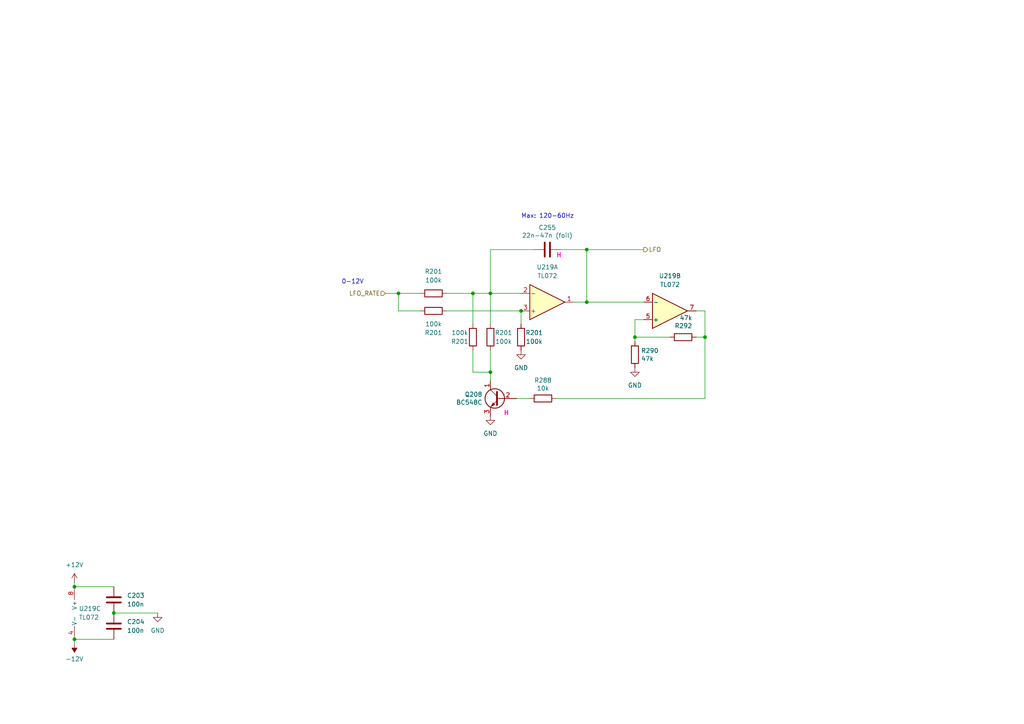
<source format=kicad_sch>
(kicad_sch (version 20231120) (generator "eeschema") (generator_version "8.0")
  (paper "A4")
  (title_block (title "Dual LFO"))
  (lib_symbols
    (symbol "-12V_1" (power) (pin_names (offset 0))
      (property "Value" "-12V_1" (at 0 3.81 0))
      (symbol "-12V_1_0_0"
        (pin power_in line (at 0 0 90) (length 0) hide (name "-12V") (number "1"))
      )
      (symbol "-12V_1_0_1"
        (polyline (pts (xy 0 0) (xy 0 1.27) (xy 0.762 1.27) (xy 0 2.54) (xy -0.762 1.27) (xy 0 1.27)) (fill (type outline)))
      )
    )
    (symbol "Amplifier_Operational:TL072" (pin_names (offset 0.127))
      (property "Reference" "U" (at 0 5.08 0))
      (property "Value" "TL072" (at 0 -5.08 0))
      (symbol "TL072_1_1"
        (polyline (pts (xy -5.08 5.08) (xy 5.08 0) (xy -5.08 -5.08) (xy -5.08 5.08)) (stroke (width 0.254)) (fill (type background)))
        (pin output line (at 7.62 0 180) (length 2.54) (name "~") (number "1"))
        (pin input line (at -7.62 -2.54 0) (length 2.54) (name "-") (number "2"))
        (pin input line (at -7.62 2.54 0) (length 2.54) (name "+") (number "3"))
      )
      (symbol "TL072_2_1"
        (polyline (pts (xy -5.08 5.08) (xy 5.08 0) (xy -5.08 -5.08) (xy -5.08 5.08)) (stroke (width 0.254)) (fill (type background)))
        (pin input line (at -7.62 2.54 0) (length 2.54) (name "+") (number "5"))
        (pin input line (at -7.62 -2.54 0) (length 2.54) (name "-") (number "6"))
        (pin output line (at 7.62 0 180) (length 2.54) (name "~") (number "7"))
      )
      (symbol "TL072_3_1"
        (pin power_in line (at -2.54 -7.62 90) (length 3.81) (name "V-") (number "4"))
        (pin power_in line (at -2.54 7.62 270) (length 3.81) (name "V+") (number "8"))
      )
    )
    (symbol "Device:C" (pin_numbers hide) (pin_names (offset 0.254))
      (property "Reference" "C" (at 0.635 2.54 0))
      (property "Value" "C" (at 0.635 -2.54 0))
      (symbol "C_0_1"
        (polyline (pts (xy -2.032 -0.762) (xy 2.032 -0.762)) (stroke (width 0.508)))
        (polyline (pts (xy -2.032 0.762) (xy 2.032 0.762)) (stroke (width 0.508)))
      )
      (symbol "C_1_1"
        (pin passive line (at 0 3.81 270) (length 2.794) (name "~") (number "1"))
        (pin passive line (at 0 -3.81 90) (length 2.794) (name "~") (number "2"))
      )
    )
    (symbol "Device:R" (pin_numbers hide) (pin_names (offset 0))
      (property "Reference" "R" (at 2.032 0 90))
      (property "Value" "R" (at 0 0 90))
      (symbol "R_0_1"
        (rectangle (start -1.016 -2.54) (end 1.016 2.54) (stroke (width 0.254)))
      )
      (symbol "R_1_1"
        (pin passive line (at 0 3.81 270) (length 1.27) (name "~") (number "1"))
        (pin passive line (at 0 -3.81 90) (length 1.27) (name "~") (number "2"))
      )
    )
    (symbol "GND_1" (power) (pin_names (offset 0))
      (property "Value" "GND_1" (at 0 -3.81 0))
      (symbol "GND_1_0_1"
        (polyline (pts (xy 0 0) (xy 0 -1.27) (xy 1.27 -1.27) (xy 0 -2.54) (xy -1.27 -1.27) (xy 0 -1.27)))
      )
      (symbol "GND_1_1_1"
        (pin power_in line (at 0 0 270) (length 0) hide (name "GND") (number "1"))
      )
    )
    (symbol "GND_2" (power) (pin_names (offset 0))
      (property "Value" "GND_2" (at 0 -3.81 0))
      (symbol "GND_2_0_1"
        (polyline (pts (xy 0 0) (xy 0 -1.27) (xy 1.27 -1.27) (xy 0 -2.54) (xy -1.27 -1.27) (xy 0 -1.27)))
      )
      (symbol "GND_2_1_1"
        (pin power_in line (at 0 0 270) (length 0) hide (name "GND") (number "1"))
      )
    )
    (symbol "Transistor_BJT:BC548" (pin_names (offset 0) hide)
      (property "Reference" "Q" (at 5.08 1.905 0))
      (property "Value" "BC548" (at 5.08 0 0))
      (symbol "BC548_0_1"
        (polyline (pts (xy 0 0) (xy 0.635 0)))
        (polyline (pts (xy 0.635 0.635) (xy 2.54 2.54)))
        (polyline (pts (xy 0.635 -0.635) (xy 2.54 -2.54) (xy 2.54 -2.54)))
        (polyline (pts (xy 0.635 1.905) (xy 0.635 -1.905) (xy 0.635 -1.905)) (stroke (width 0.508)))
        (polyline (pts (xy 1.27 -1.778) (xy 1.778 -1.27) (xy 2.286 -2.286) (xy 1.27 -1.778) (xy 1.27 -1.778)) (fill (type outline)))
        (circle (center 1.27 0) (radius 2.8194) (stroke (width 0.254)))
      )
      (symbol "BC548_1_1"
        (pin passive line (at 2.54 5.08 270) (length 2.54) (name "C") (number "1"))
        (pin input line (at -5.08 0 0) (length 5.08) (name "B") (number "2"))
        (pin passive line (at 2.54 -5.08 90) (length 2.54) (name "E") (number "3"))
      )
    )
    (symbol "power:+12V" (power) (pin_names (offset 0))
      (property "Value" "+12V" (at 0 3.556 0))
      (symbol "+12V_0_1"
        (polyline (pts (xy -0.762 1.27) (xy 0 2.54)))
        (polyline (pts (xy 0 0) (xy 0 2.54)))
        (polyline (pts (xy 0 2.54) (xy 0.762 1.27)))
      )
      (symbol "+12V_1_1"
        (pin power_in line (at 0 0 90) (length 0) hide (name "+12V") (number "1"))
      )
    )
  )
  (junction (at 33.02 177.8))
  (junction (at 151.13 90.17))
  (junction (at 21.59 170.18))
  (junction (at 142.24 85.09))
  (junction (at 115.57 85.09))
  (junction (at 137.16 85.09))
  (junction (at 184.15 97.79))
  (junction (at 170.18 87.63))
  (junction (at 204.47 97.79))
  (junction (at 170.18 72.39))
  (junction (at 142.24 107.95))
  (junction (at 21.59 185.42))
  (wire (pts (xy 162.56 72.39) (xy 170.18 72.39)))
  (wire (pts (xy 21.59 170.18) (xy 33.02 170.18)))
  (wire (pts (xy 201.93 97.79) (xy 204.47 97.79)))
  (wire (pts (xy 142.24 85.09) (xy 142.24 93.98)))
  (wire (pts (xy 142.24 107.95) (xy 142.24 101.6)))
  (wire (pts (xy 121.92 90.17) (xy 115.57 90.17)))
  (wire (pts (xy 170.18 72.39) (xy 186.69 72.39)))
  (wire (pts (xy 151.13 90.17) (xy 151.13 93.98)))
  (wire (pts (xy 137.16 93.98) (xy 137.16 85.09)))
  (wire (pts (xy 129.54 85.09) (xy 137.16 85.09)))
  (wire (pts (xy 142.24 72.39) (xy 142.24 85.09)))
  (wire (pts (xy 184.15 97.79) (xy 184.15 99.06)))
  (wire (pts (xy 170.18 87.63) (xy 166.37 87.63)))
  (wire (pts (xy 142.24 85.09) (xy 151.13 85.09)))
  (wire (pts (xy 137.16 101.6) (xy 137.16 107.95)))
  (wire (pts (xy 194.31 97.79) (xy 184.15 97.79)))
  (wire (pts (xy 21.59 186.69) (xy 21.59 185.42)))
  (wire (pts (xy 201.93 90.17) (xy 204.47 90.17)))
  (wire (pts (xy 115.57 90.17) (xy 115.57 85.09)))
  (wire (pts (xy 33.02 177.8) (xy 45.72 177.8)))
  (wire (pts (xy 137.16 85.09) (xy 142.24 85.09)))
  (wire (pts (xy 170.18 87.63) (xy 186.69 87.63)))
  (wire (pts (xy 129.54 90.17) (xy 151.13 90.17)))
  (wire (pts (xy 137.16 107.95) (xy 142.24 107.95)))
  (wire (pts (xy 204.47 115.57) (xy 161.29 115.57)))
  (wire (pts (xy 170.18 72.39) (xy 170.18 87.63)))
  (wire (pts (xy 186.69 92.71) (xy 184.15 92.71)))
  (wire (pts (xy 21.59 185.42) (xy 33.02 185.42)))
  (wire (pts (xy 115.57 85.09) (xy 121.92 85.09)))
  (wire (pts (xy 204.47 90.17) (xy 204.47 97.79)))
  (wire (pts (xy 204.47 97.79) (xy 204.47 115.57)))
  (wire (pts (xy 111.76 85.09) (xy 115.57 85.09)))
  (wire (pts (xy 142.24 110.49) (xy 142.24 107.95)))
  (wire (pts (xy 184.15 92.71) (xy 184.15 97.79)))
  (wire (pts (xy 153.67 115.57) (xy 149.86 115.57)))
  (wire (pts (xy 21.59 168.91) (xy 21.59 170.18)))
  (wire (pts (xy 142.24 72.39) (xy 154.94 72.39)))
  (text "H" (at 161.29 74.93 0) (effects (font (size 1.27 1.27) (thickness 0.254) (bold yes)) (justify left bottom)))
  (text "0-12V" (at 99.06 82.55 0) (effects (font (size 1.27 1.27)) (justify left bottom)))
  (text "H" (at 146.05 120.65 0) (effects (font (size 1.27 1.27) (thickness 0.254) (bold yes)) (justify left bottom)))
  (text "Max: 120-60Hz" (at 151.13 63.5 0) (effects (font (size 1.27 1.27)) (justify left bottom)))
  (hierarchical_label "LFO_RATE" (shape input) (at 111.76 85.09 180))
  (hierarchical_label "LFO" (shape output) (at 186.69 72.39 0))
  (symbol (lib_name "GND_2") (lib_id "power:GND") (at 151.13 101.6 0) (unit 1)
    (property "Reference" "#PWR0316" (effects (hide yes)))
    (property "Value" "GND" (at 151.13 106.68 0))
    (instances (project "core-rev-3" (path "" (reference "#PWR0316") (unit 1)) (path "" (reference "#PWR0403") (unit 1))))
  )
  (symbol (lib_name "GND_2") (lib_id "power:GND") (at 184.15 106.68 0) (unit 1)
    (property "Reference" "#PWR0318" (effects (hide yes)))
    (property "Value" "GND" (at 184.15 111.76 0))
    (instances (project "core-rev-3" (path "" (reference "#PWR0318") (unit 1)) (path "" (reference "#PWR0404") (unit 1))))
  )
  (symbol (lib_id "Device:C") (at 33.02 181.61 0) (unit 1)
    (property "Reference" "C204" (at 36.83 180.34 0) (effects (justify left)))
    (property "Value" "100n" (at 36.83 182.88 0) (effects (justify left)))
    (property "Footprint" "Capacitor_SMD:C_0603_1608Metric" (effects (hide yes)))
    (property "LCSC" "C14663" (effects (hide yes)))
    (property "Vendor" "JLCPCB" (effects (hide yes)))
    (instances (project "A-psu-voice-proto-4l" (path "" (reference "C204") (unit 1))) (project "core-rev-3" (path "" (reference "C204") (unit 1)) (path "" (reference "C254") (unit 1)) (path "" (reference "C250") (unit 1))) (project "hog-v2-voice-proto" (path "" (reference "C204") (unit 1))))
  )
  (symbol (lib_id "Amplifier_Operational:TL072") (at 24.13 177.8 0) (unit 3)
    (property "Reference" "U219" (at 22.86 176.53 0) (effects (justify left)))
    (property "Value" "TL072" (at 22.86 179.07 0) (effects (justify left)))
    (property "Footprint" "Package_SO:SOIC-8_3.9x4.9mm_P1.27mm" (effects (hide yes)))
    (property "Datasheet" "http://www.ti.com/lit/ds/symlink/tl071.pdf" (effects (hide yes)))
    (property "LCSC" "C6961" (effects (hide yes)))
    (property "Vendor" "JLCPCB" (effects (hide yes)))
    (instances (project "core-rev-3" (path "" (reference "U219") (unit 3)) (path "" (reference "U220") (unit 3))))
  )
  (symbol (lib_id "Device:R") (at 157.48 115.57 270) (unit 1)
    (property "Reference" "R288" (at 157.48 110.3122 90))
    (property "Value" "10k" (at 157.48 112.6236 90))
    (property "Footprint" "Resistor_SMD:R_0603_1608Metric" (effects (hide yes)))
    (property "LCSC" "C25804" (effects (hide yes)))
    (property "Vendor" "JLCPCB" (effects (hide yes)))
    (instances (project "core-rev-3" (path "" (reference "R288") (unit 1)) (path "" (reference "R289") (unit 1))) (project "hog-f1-control" (path "" (reference "R21") (unit 1))))
  )
  (symbol (lib_id "Device:R") (at 198.12 97.79 90) (unit 1)
    (property "Reference" "R292" (at 200.787 94.5134 90) (effects (justify left)))
    (property "Value" "47k" (at 200.787 92.202 90) (effects (justify left)))
    (property "Footprint" "Resistor_SMD:R_0603_1608Metric" (effects (hide yes)))
    (property "LCSC" "C25819" (effects (hide yes)))
    (property "Vendor" "JLCPCB" (effects (hide yes)))
    (instances (project "core-rev-3" (path "" (reference "R292") (unit 1)) (path "" (reference "R293") (unit 1))) (project "hog-f1-control" (path "" (reference "R13") (unit 1))))
  )
  (symbol (lib_id "Device:C") (at 158.75 72.39 270) (unit 1)
    (property "Reference" "C255" (at 158.75 65.9892 90))
    (property "Value" "22n-47n (foil)" (at 158.75 68.3006 90))
    (property "Footprint" "Capacitor_THT:C_Rect_L7.0mm_W2.5mm_P5.00mm" (effects (hide yes)))
    (property "Part No." "80-R82EC1330AA50K " (effects (hide yes)))
    (property "Part URL" "https://mou.sr/3BhmOHr" (effects (hide yes)))
    (property "Vendor" "Mouser" (effects (hide yes)))
    (instances (project "core-rev-3" (path "" (reference "C255") (unit 1)) (path "" (reference "C251") (unit 1))) (project "hog-f1-control" (path "" (reference "C12") (unit 1))))
  )
  (symbol (lib_name "GND_1") (lib_id "power:GND") (at 45.72 177.8 0) (unit 1)
    (property "Reference" "#PWR0313" (effects (hide yes)))
    (property "Value" "GND" (at 45.72 182.88 0))
    (instances (project "core-rev-3" (path "" (reference "#PWR0313") (unit 1)) (path "" (reference "#PWR0319") (unit 1))))
  )
  (symbol (lib_id "Device:R") (at 151.13 97.79 0) (unit 1)
    (property "Reference" "R201" (at 154.94 96.52 0))
    (property "Value" "100k" (at 154.94 99.06 0))
    (property "Footprint" "Resistor_SMD:R_0603_1608Metric" (effects (hide yes)))
    (property "LCSC" "C25803" (effects (hide yes)))
    (property "Vendor" "JLCPCB" (effects (hide yes)))
    (instances (project "A-psu-voice-proto-4l" (path "" (reference "R201") (unit 1))) (project "core-rev-3" (path "" (reference "R201") (unit 1)) (path "" (reference "R286") (unit 1)) (path "" (reference "R287") (unit 1))) (project "hog-v2-voice-proto" (path "" (reference "R201") (unit 1))))
  )
  (symbol (lib_id "Device:R") (at 137.16 97.79 180) (unit 1)
    (property "Reference" "R201" (at 133.35 99.06 0))
    (property "Value" "100k" (at 133.35 96.52 0))
    (property "Footprint" "Resistor_SMD:R_0603_1608Metric" (effects (hide yes)))
    (property "LCSC" "C25803" (effects (hide yes)))
    (property "Vendor" "JLCPCB" (effects (hide yes)))
    (instances (project "A-psu-voice-proto-4l" (path "" (reference "R201") (unit 1))) (project "core-rev-3" (path "" (reference "R201") (unit 1)) (path "" (reference "R282") (unit 1)) (path "" (reference "R283") (unit 1))) (project "hog-v2-voice-proto" (path "" (reference "R201") (unit 1))))
  )
  (symbol (lib_id "Device:R") (at 125.73 85.09 90) (unit 1)
    (property "Reference" "R201" (at 125.73 78.74 90))
    (property "Value" "100k" (at 125.73 81.28 90))
    (property "Footprint" "Resistor_SMD:R_0603_1608Metric" (effects (hide yes)))
    (property "LCSC" "C25803" (effects (hide yes)))
    (property "Vendor" "JLCPCB" (effects (hide yes)))
    (instances (project "A-psu-voice-proto-4l" (path "" (reference "R201") (unit 1))) (project "core-rev-3" (path "" (reference "R201") (unit 1)) (path "" (reference "R278") (unit 1)) (path "" (reference "R280") (unit 1))) (project "hog-v2-voice-proto" (path "" (reference "R201") (unit 1))))
  )
  (symbol (lib_id "power:+12V") (at 21.59 168.91 0) (unit 1)
    (property "Reference" "#PWR0311" (effects (hide yes)))
    (property "Value" "+12V" (at 21.59 163.83 0))
    (instances (project "core-rev-3" (path "" (reference "#PWR0311") (unit 1)) (path "" (reference "#PWR0315") (unit 1))))
  )
  (symbol (lib_id "Device:C") (at 33.02 173.99 0) (unit 1)
    (property "Reference" "C203" (at 36.83 172.72 0) (effects (justify left)))
    (property "Value" "100n" (at 36.83 175.26 0) (effects (justify left)))
    (property "Footprint" "Capacitor_SMD:C_0603_1608Metric" (effects (hide yes)))
    (property "LCSC" "C14663" (effects (hide yes)))
    (property "Vendor" "JLCPCB" (effects (hide yes)))
    (instances (project "A-psu-voice-proto-4l" (path "" (reference "C203") (unit 1))) (project "core-rev-3" (path "" (reference "C203") (unit 1)) (path "" (reference "C253") (unit 1)) (path "" (reference "C249") (unit 1))) (project "hog-v2-voice-proto" (path "" (reference "C203") (unit 1))))
  )
  (symbol (lib_id "Device:R") (at 125.73 90.17 270) (unit 1)
    (property "Reference" "R201" (at 125.73 96.52 90))
    (property "Value" "100k" (at 125.73 93.98 90))
    (property "Footprint" "Resistor_SMD:R_0603_1608Metric" (effects (hide yes)))
    (property "LCSC" "C25803" (effects (hide yes)))
    (property "Vendor" "JLCPCB" (effects (hide yes)))
    (instances (project "A-psu-voice-proto-4l" (path "" (reference "R201") (unit 1))) (project "core-rev-3" (path "" (reference "R201") (unit 1)) (path "" (reference "R279") (unit 1)) (path "" (reference "R281") (unit 1))) (project "hog-v2-voice-proto" (path "" (reference "R201") (unit 1))))
  )
  (symbol (lib_name "-12V_1") (lib_id "power:-12V") (at 21.59 186.69 180) (unit 1)
    (property "Reference" "#PWR0312" (effects (hide yes)))
    (property "Value" "-12V" (at 21.59 191.135 0))
    (instances (project "core-rev-3" (path "" (reference "#PWR0312") (unit 1)) (path "" (reference "#PWR0317") (unit 1))))
  )
  (symbol (lib_id "Device:R") (at 142.24 97.79 0) (unit 1)
    (property "Reference" "R201" (at 146.05 96.52 0))
    (property "Value" "100k" (at 146.05 99.06 0))
    (property "Footprint" "Resistor_SMD:R_0603_1608Metric" (effects (hide yes)))
    (property "LCSC" "C25803" (effects (hide yes)))
    (property "Vendor" "JLCPCB" (effects (hide yes)))
    (instances (project "A-psu-voice-proto-4l" (path "" (reference "R201") (unit 1))) (project "core-rev-3" (path "" (reference "R201") (unit 1)) (path "" (reference "R284") (unit 1)) (path "" (reference "R285") (unit 1))) (project "hog-v2-voice-proto" (path "" (reference "R201") (unit 1))))
  )
  (symbol (lib_id "Transistor_BJT:BC548") (at 144.78 115.57 0) (mirror y) (unit 1)
    (property "Reference" "Q208" (at 139.9286 114.4016 0) (effects (justify left)))
    (property "Value" "BC548C" (at 139.9286 116.713 0) (effects (justify left)))
    (property "Footprint" "Package_TO_SOT_THT:TO-92L_Inline_Wide" (effects (hide yes)))
    (property "Datasheet" "https://www.onsemi.com/pub/Collateral/BC550-D.pdf" (effects (hide yes)))
    (property "Part No." "637-BC548C " (effects (hide yes)))
    (property "Part URL" "https://mou.sr/4fhkHkJ" (effects (hide yes)))
    (property "Vendor" "Mouser" (effects (hide yes)))
    (instances (project "core-rev-3" (path "" (reference "Q208") (unit 1)) (path "" (reference "Q209") (unit 1))) (project "hog-f1-control" (path "" (reference "Q1") (unit 1))))
  )
  (symbol (lib_id "Amplifier_Operational:TL072") (at 194.31 90.17 0) (mirror x) (unit 2)
    (property "Reference" "U219" (at 194.31 80.01 0))
    (property "Value" "TL072" (at 194.31 82.55 0))
    (property "Footprint" "Package_SO:SOIC-8_3.9x4.9mm_P1.27mm" (effects (hide yes)))
    (property "Datasheet" "http://www.ti.com/lit/ds/symlink/tl071.pdf" (effects (hide yes)))
    (property "LCSC" "C6961" (effects (hide yes)))
    (property "Vendor" "JLCPCB" (effects (hide yes)))
    (instances (project "core-rev-3" (path "" (reference "U219") (unit 2)) (path "" (reference "U220") (unit 2))))
  )
  (symbol (lib_name "GND_2") (lib_id "power:GND") (at 142.24 120.65 0) (unit 1)
    (property "Reference" "#PWR0314" (effects (hide yes)))
    (property "Value" "GND" (at 142.24 125.73 0))
    (instances (project "core-rev-3" (path "" (reference "#PWR0314") (unit 1)) (path "" (reference "#PWR0402") (unit 1))))
  )
  (symbol (lib_id "Amplifier_Operational:TL072") (at 158.75 87.63 0) (mirror x) (unit 1)
    (property "Reference" "U219" (at 158.75 77.47 0))
    (property "Value" "TL072" (at 158.75 80.01 0))
    (property "Footprint" "Package_SO:SOIC-8_3.9x4.9mm_P1.27mm" (effects (hide yes)))
    (property "Datasheet" "http://www.ti.com/lit/ds/symlink/tl071.pdf" (effects (hide yes)))
    (property "LCSC" "C6961" (effects (hide yes)))
    (property "Vendor" "JLCPCB" (effects (hide yes)))
    (instances (project "core-rev-3" (path "" (reference "U219") (unit 1)) (path "" (reference "U220") (unit 1))))
  )
  (symbol (lib_id "Device:R") (at 184.15 102.87 0) (unit 1)
    (property "Reference" "R290" (at 185.928 101.7016 0) (effects (justify left)))
    (property "Value" "47k" (at 185.928 104.013 0) (effects (justify left)))
    (property "Footprint" "Resistor_SMD:R_0603_1608Metric" (effects (hide yes)))
    (property "LCSC" "C25819" (effects (hide yes)))
    (property "Vendor" "JLCPCB" (effects (hide yes)))
    (instances (project "core-rev-3" (path "" (reference "R290") (unit 1)) (path "" (reference "R291") (unit 1))) (project "hog-f1-control" (path "" (reference "R13") (unit 1))))
  )
)
</source>
